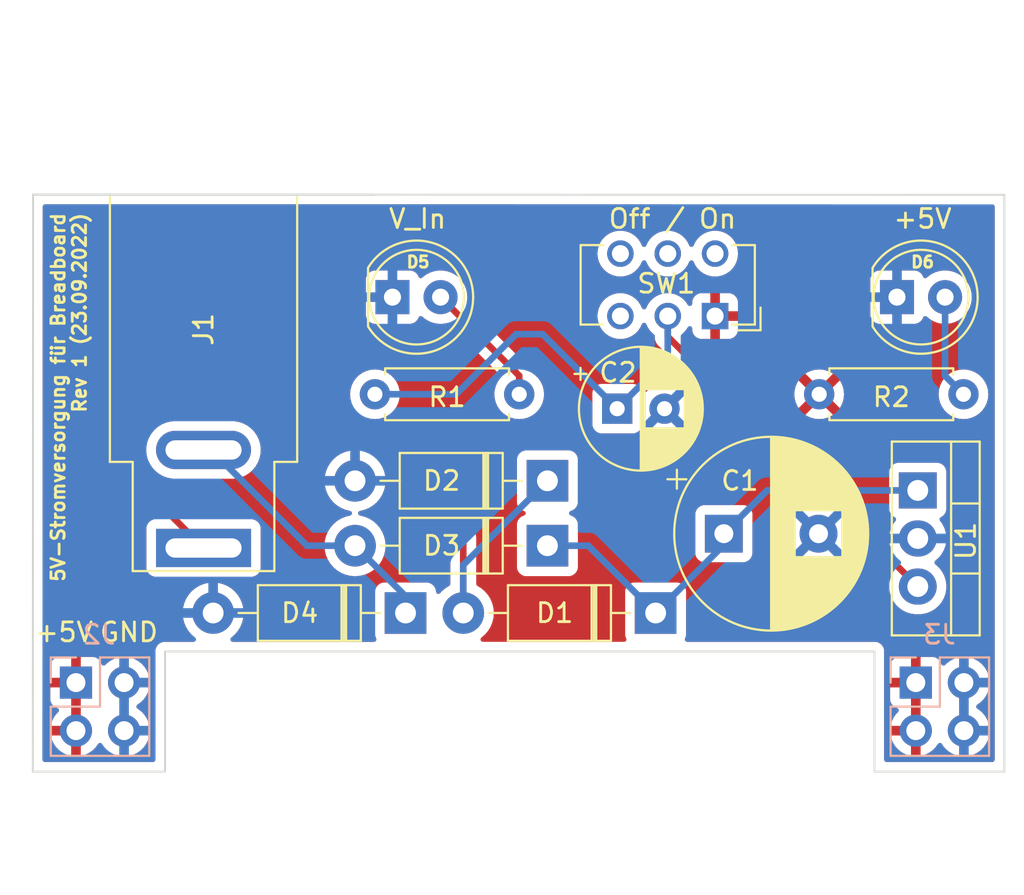
<source format=kicad_pcb>
(kicad_pcb (version 20211014) (generator pcbnew)
  (title_block (title "Stromversorgung für Breadboard") (date "2022-09-23") (rev "1") (company "DHBW Karlsruhe / Studiengang Wirtschaftsinformatik / Wahlmodul IoT") (comment 1 "Dennis Schulmeister-Zimolong") (comment 2 "Aus dem Buch \"KiCAD like a Pro\" von Dr. Peter Dalmaris, txplore.com"))
  (layers (0 "F.Cu" signal) (31 "B.Cu" signal) (34 "B.Paste" user) (35 "F.Paste" user) (36 "B.SilkS" user "B.Silkscreen") (37 "F.SilkS" user "F.Silkscreen") (38 "B.Mask" user) (39 "F.Mask" user) (44 "Edge.Cuts" user))
  (net 0 "")
  (net 1 "/V_in")
  (net 2 "/GND")
  (net 3 "/V_out1")
  (net 4 "Net-(D1-Pad2)")
  (net 5 "Net-(D3-Pad2)")
  (net 6 "Net-(D5-Pad2)")
  (net 7 "Net-(D6-Pad2)")
  (net 8 "/V_out2")
  (footprint "LED_THT:LED_D5.0mm" (layer "F.Cu") (at 133.295 68.909)
    (fp_text reference "D5" (at 1.352 -1.853) (layer "F.SilkS") (effects (font (size 0.6 0.6))))
    (fp_text value "LED")
    (fp_line (start -1.29 -1.545) (end -1.29 1.545) (layer "F.SilkS") (width 0.12))
    (fp_arc (start -1.29 -1.54483) (mid 2.072002 -2.880433) (end 4.26 0.000462) (layer "F.SilkS") (width 0.12))
    (fp_arc (start 4.26 -0.000462) (mid 2.072002 2.880433) (end -1.29 1.54483) (layer "F.SilkS") (width 0.12))
    (fp_circle (center 1.27 0) (end 3.77 0) (layer "F.SilkS") (width 0.12) (fill none))
    (pad "1" thru_hole rect (at 0 0) (size 1.8 1.8) (drill 0.9) (layers *.Cu *.Mask) (net 2 "/GND"))
    (pad "2" thru_hole circle (at 2.54 0) (size 1.8 1.8) (drill 0.9) (layers *.Cu *.Mask) (net 6 "Net-(D5-Pad2)"))
  )
  (footprint "Button_Switch_THT:SW_CuK_JS202011CQN_DPDT_Straight" (layer "F.Cu") (at 150.332 69.909 180)
    (fp_text reference "SW1" (at 2.576 1.717) (layer "F.SilkS"))
    (fp_text value "SW_DPDT_x2")
    (fp_line (start -2.4 -0.75) (end -2.4 0.45) (layer "F.SilkS") (width 0.12))
    (fp_line (start 7.1 3.75) (end 5.9 3.75) (layer "F.SilkS") (width 0.12))
    (fp_line (start -0.9 -0.45) (end -2.1 -0.45) (layer "F.SilkS") (width 0.12))
    (fp_line (start 5.9 -0.45) (end 7.1 -0.45) (layer "F.SilkS") (width 0.12))
    (fp_line (start 7.1 -0.45) (end 7.1 3.75) (layer "F.SilkS") (width 0.12))
    (fp_line (start -1.2 -0.75) (end -2.4 -0.75) (layer "F.SilkS") (width 0.12))
    (fp_line (start -2.1 -0.45) (end -2.1 3.75) (layer "F.SilkS") (width 0.12))
    (fp_line (start -2.1 3.75) (end -0.9 3.75) (layer "F.SilkS") (width 0.12))
    (pad "1" thru_hole rect (at 0 0 180) (size 1.4 1.4) (drill 0.9) (layers *.Cu *.Mask) (net 8 "/V_out2"))
    (pad "2" thru_hole circle (at 2.5 0 180) (size 1.4 1.4) (drill 0.9) (layers *.Cu *.Mask) (net 3 "/V_out1"))
    (pad "3" thru_hole circle (at 5 0 180) (size 1.4 1.4) (drill 0.9) (layers *.Cu *.Mask))
    (pad "4" thru_hole circle (at 0 3.3 180) (size 1.4 1.4) (drill 0.9) (layers *.Cu *.Mask))
    (pad "5" thru_hole circle (at 2.5 3.3 180) (size 1.4 1.4) (drill 0.9) (layers *.Cu *.Mask))
    (pad "6" thru_hole circle (at 5 3.3 180) (size 1.4 1.4) (drill 0.9) (layers *.Cu *.Mask))
  )
  (footprint "Diode_THT:D_DO-41_SOD81_P10.16mm_Horizontal" (layer "F.Cu") (at 141.478 78.613 180)
    (fp_text reference "D2" (at 5.588 0) (layer "F.SilkS"))
    (fp_text value "1N4007")
    (fp_line (start 7.8 1.47) (end 7.8 -1.47) (layer "F.SilkS") (width 0.12))
    (fp_line (start 3.26 -1.47) (end 3.26 1.47) (layer "F.SilkS") (width 0.12))
    (fp_line (start 8.82 0) (end 7.8 0) (layer "F.SilkS") (width 0.12))
    (fp_line (start 2.36 1.47) (end 7.8 1.47) (layer "F.SilkS") (width 0.12))
    (fp_line (start 3.38 -1.47) (end 3.38 1.47) (layer "F.SilkS") (width 0.12))
    (fp_line (start 3.14 -1.47) (end 3.14 1.47) (layer "F.SilkS") (width 0.12))
    (fp_line (start 1.34 0) (end 2.36 0) (layer "F.SilkS") (width 0.12))
    (fp_line (start 2.36 -1.47) (end 2.36 1.47) (layer "F.SilkS") (width 0.12))
    (fp_line (start 7.8 -1.47) (end 2.36 -1.47) (layer "F.SilkS") (width 0.12))
    (pad "1" thru_hole rect (at 0 0 180) (size 2.2 2.2) (drill 1.1) (layers *.Cu *.Mask) (net 4 "Net-(D1-Pad2)"))
    (pad "2" thru_hole oval (at 10.16 0 180) (size 2.2 2.2) (drill 1.1) (layers *.Cu *.Mask) (net 2 "/GND"))
  )
  (footprint "Resistor_THT:R_Axial_DIN0207_L6.3mm_D2.5mm_P7.62mm_Horizontal" (layer "F.Cu") (at 132.368 74.041)
    (fp_text reference "R1" (at 3.81 0.151) (layer "F.SilkS"))
    (fp_text value "560")
    (fp_line (start 0.54 1.04) (end 0.54 1.37) (layer "F.SilkS") (width 0.12))
    (fp_line (start 0.54 1.37) (end 7.08 1.37) (layer "F.SilkS") (width 0.12))
    (fp_line (start 7.08 1.37) (end 7.08 1.04) (layer "F.SilkS") (width 0.12))
    (fp_line (start 7.08 -1.37) (end 7.08 -1.04) (layer "F.SilkS") (width 0.12))
    (fp_line (start 0.54 -1.04) (end 0.54 -1.37) (layer "F.SilkS") (width 0.12))
    (fp_line (start 0.54 -1.37) (end 7.08 -1.37) (layer "F.SilkS") (width 0.12))
    (pad "1" thru_hole circle (at 0 0) (size 1.6 1.6) (drill 0.8) (layers *.Cu *.Mask) (net 3 "/V_out1"))
    (pad "2" thru_hole oval (at 7.62 0) (size 1.6 1.6) (drill 0.8) (layers *.Cu *.Mask) (net 6 "Net-(D5-Pad2)"))
  )
  (footprint "Capacitor_THT:CP_Radial_D10.0mm_P5.00mm" (layer "F.Cu") (at 150.794323 81.407)
    (fp_text reference "C1" (at 0.843677 -2.794) (layer "F.SilkS"))
    (fp_text value "470µ")
    (fp_line (start 5.701 -3.957) (end 5.701 -1.241) (layer "F.SilkS") (width 0.12))
    (fp_line (start 6.101 -3.601) (end 6.101 -1.241) (layer "F.SilkS") (width 0.12))
    (fp_line (start 4.341 1.241) (end 4.341 4.738) (layer "F.SilkS") (width 0.12))
    (fp_line (start 4.621 -4.621) (end 4.621 -1.241) (layer "F.SilkS") (width 0.12))
    (fp_line (start 7.261 -1.846) (end 7.261 1.846) (layer "F.SilkS") (width 0.12))
    (fp_line (start 4.741 -4.564) (end 4.741 -1.241) (layer "F.SilkS") (width 0.12))
    (fp_line (start 5.221 -4.298) (end 5.221 -1.241) (layer "F.SilkS") (width 0.12))
    (fp_line (start 3.741 -4.928) (end 3.741 4.928) (layer "F.SilkS") (width 0.12))
    (fp_line (start 6.941 -2.51) (end 6.941 2.51) (layer "F.SilkS") (width 0.12))
    (fp_line (start 6.861 -2.645) (end 6.861 2.645) (layer "F.SilkS") (width 0.12))
    (fp_line (start 4.061 1.241) (end 4.061 4.837) (layer "F.SilkS") (width 0.12))
    (fp_line (start 5.141 1.241) (end 5.141 4.347) (layer "F.SilkS") (width 0.12))
    (fp_line (start 6.301 -3.392) (end 6.301 3.392) (layer "F.SilkS") (width 0.12))
    (fp_line (start 4.901 1.241) (end 4.901 4.483) (layer "F.SilkS") (width 0.12))
    (fp_line (start 5.941 -3.753) (end 5.941 -1.241) (layer "F.SilkS") (width 0.12))
    (fp_line (start 5.621 1.241) (end 5.621 4.02) (layer "F.SilkS") (width 0.12))
    (fp_line (start 6.141 1.241) (end 6.141 3.561) (layer "F.SilkS") (width 0.12))
    (fp_line (start 5.061 -4.395) (end 5.061 -1.241) (layer "F.SilkS") (width 0.12))
    (fp_line (start 2.5 -5.08) (end 2.5 5.08) (layer "F.SilkS") (width 0.12))
    (fp_line (start 2.98 -5.058) (end 2.98 5.058) (layer "F.SilkS") (width 0.12))
    (fp_line (start 3.781 -4.918) (end 3.781 -1.241) (layer "F.SilkS") (width 0.12))
    (fp_line (start 2.9 -5.065) (end 2.9 5.065) (layer "F.SilkS") (width 0.12))
    (fp_line (start 5.021 -4.417) (end 5.021 -1.241) (layer "F.SilkS") (width 0.12))
    (fp_line (start 6.461 -3.206) (end 6.461 3.206) (layer "F.SilkS") (width 0.12))
    (fp_line (start 5.901 -3.789) (end 5.901 -1.241) (layer "F.SilkS") (width 0.12))
    (fp_line (start 3.221 -5.03) (end 3.221 5.03) (layer "F.SilkS") (width 0.12))
    (fp_line (start 4.501 1.241) (end 4.501 4.674) (layer "F.SilkS") (width 0.12))
    (fp_line (start 3.981 -4.862) (end 3.981 -1.241) (layer "F.SilkS") (width 0.12))
    (fp_line (start 5.301 -4.247) (end 5.301 -1.241) (layer "F.SilkS") (width 0.12))
    (fp_line (start 4.181 -4.797) (end 4.181 -1.241) (layer "F.SilkS") (width 0.12))
    (fp_line (start 3.901 1.241) (end 3.901 4.885) (layer "F.SilkS") (width 0.12))
    (fp_line (start 3.14 -5.04) (end 3.14 5.04) (layer "F.SilkS") (width 0.12))
    (fp_line (start 5.981 1.241) (end 5.981 3.716) (layer "F.SilkS") (width 0.12))
    (fp_line (start 7.461 -1.23) (end 7.461 1.23) (layer "F.SilkS") (width 0.12))
    (fp_line (start 5.821 1.241) (end 5.821 3.858) (layer "F.SilkS") (width 0.12))
    (fp_line (start 4.541 1.241) (end 4.541 4.657) (layer "F.SilkS") (width 0.12))
    (fp_line (start 4.461 -4.69) (end 4.461 -1.241) (layer "F.SilkS") (width 0.12))
    (fp_line (start 4.181 1.241) (end 4.181 4.797) (layer "F.SilkS") (width 0.12))
    (fp_line (start 4.421 -4.707) (end 4.421 -1.241) (layer "F.SilkS") (width 0.12))
    (fp_line (start 4.501 -4.674) (end 4.501 -1.241) (layer "F.SilkS") (width 0.12))
    (fp_line (start 4.781 -4.545) (end 4.781 -1.241) (layer "F.SilkS") (width 0.12))
    (fp_line (start 5.581 1.241) (end 5.581 4.05) (layer "F.SilkS") (width 0.12))
    (fp_line (start 3.301 -5.018) (end 3.301 5.018) (layer "F.SilkS") (width 0.12))
    (fp_line (start 6.341 -3.347) (end 6.341 3.347) (layer "F.SilkS") (width 0.12))
    (fp_line (start 2.78 -5.073) (end 2.78 5.073) (layer "F.SilkS") (width 0.12))
    (fp_line (start 3.821 1.241) (end 3.821 4.907) (layer "F.SilkS") (width 0.12))
    (fp_line (start 6.701 -2.889) (end 6.701 2.889) (layer "F.SilkS") (width 0.12))
    (fp_line (start 4.221 1.241) (end 4.221 4.783) (layer "F.SilkS") (width 0.12))
    (fp_line (start 5.661 -3.989) (end 5.661 -1.241) (layer "F.SilkS") (width 0.12))
    (fp_line (start 7.541 -0.862) (end 7.541 0.862) (layer "F.SilkS") (width 0.12))
    (fp_line (start 3.381 -5.004) (end 3.381 5.004) (layer "F.SilkS") (width 0.12))
    (fp_line (start 4.261 -4.768) (end 4.261 -1.241) (layer "F.SilkS") (width 0.12))
    (fp_line (start 6.021 -3.679) (end 6.021 -1.241) (layer "F.SilkS") (width 0.12))
    (fp_line (start 4.381 1.241) (end 4.381 4.723) (layer "F.SilkS") (width 0.12))
    (fp_line (start 2.62 -5.079) (end 2.62 5.079) (layer "F.SilkS") (width 0.12))
    (fp_line (start 3.18 -5.035) (end 3.18 5.035) (layer "F.SilkS") (width 0.12))
    (fp_line (start 5.341 1.241) (end 5.341 4.221) (layer "F.SilkS") (width 0.12))
    (fp_line (start 3.581 -4.965) (end 3.581 4.965) (layer "F.SilkS") (width 0.12))
    (fp_line (start 4.981 1.241) (end 4.981 4.44) (layer "F.SilkS") (width 0.12))
    (fp_line (start 6.741 -2.83) (end 6.741 2.83) (layer "F.SilkS") (width 0.12))
    (fp_line (start 6.261 -3.436) (end 6.261 3.436) (layer "F.SilkS") (width 0.12))
    (fp_line (start 4.021 1.241) (end 4.021 4.85) (layer "F.SilkS") (width 0.12))
    (fp_line (start 2.82 -5.07) (end 2.82 5.07) (layer "F.SilkS") (width 0.12))
    (fp_line (start 5.621 -4.02) (end 5.621 -1.241) (layer "F.SilkS") (width 0.12))
    (fp_line (start 5.541 1.241) (end 5.541 4.08) (layer "F.SilkS") (width 0.12))
    (fp_line (start 5.381 -4.194) (end 5.381 -1.241) (layer "F.SilkS") (width 0.12))
    (fp_line (start 7.501 -1.062) (end 7.501 1.062) (layer "F.SilkS") (width 0.12))
    (fp_line (start 3.501 -4.982) (end 3.501 4.982) (layer "F.SilkS") (width 0.12))
    (fp_line (start 7.381 -1.51) (end 7.381 1.51) (layer "F.SilkS") (width 0.12))
    (fp_line (start 3.421 -4.997) (end 3.421 4.997) (layer "F.SilkS") (width 0.12))
    (fp_line (start 5.461 -4.138) (end 5.461 -1.241) (layer "F.SilkS") (width 0.12))
    (fp_line (start 6.581 -3.054) (end 6.581 3.054) (layer "F.SilkS") (width 0.12))
    (fp_line (start 5.421 -4.166) (end 5.421 -1.241) (layer "F.SilkS") (width 0.12))
    (fp_line (start 3.701 -4.938) (end 3.701 4.938) (layer "F.SilkS") (width 0.12))
    (fp_line (start 5.261 1.241) (end 5.261 4.273) (layer "F.SilkS") (width 0.12))
    (fp_line (start 3.261 -5.024) (end 3.261 5.024) (layer "F.SilkS") (width 0.12))
    (fp_line (start 3.541 -4.974) (end 3.541 4.974) (layer "F.SilkS") (width 0.12))
    (fp_line (start 6.541 -3.106) (end 6.541 3.106) (layer "F.SilkS") (width 0.12))
    (fp_line (start 5.501 -4.11) (end 5.501 -1.241) (layer "F.SilkS") (width 0.12))
    (fp_line (start 6.661 -2.945) (end 6.661 2.945) (layer "F.SilkS") (width 0.12))
    (fp_line (start 6.821 -2.709) (end 6.821 2.709) (layer "F.SilkS") (width 0.12))
    (fp_line (start 5.181 1.241) (end 5.181 4.323) (layer "F.SilkS") (width 0.12))
    (fp_line (start 4.061 -4.837) (end 4.061 -1.241) (layer "F.SilkS") (width 0.12))
    (fp_line (start 5.021 1.241) (end 5.021 4.417) (layer "F.SilkS") (width 0.12))
    (fp_line (start 4.301 1.241) (end 4.301 4.754) (layer "F.SilkS") (width 0.12))
    (fp_line (start 7.221 -1.944) (end 7.221 1.944) (layer "F.SilkS") (width 0.12))
    (fp_line (start 4.221 -4.783) (end 4.221 -1.241) (layer "F.SilkS") (width 0.12))
    (fp_line (start 6.021 1.241) (end 6.021 3.679) (layer "F.SilkS") (width 0.12))
    (fp_line (start 4.701 -4.584) (end 4.701 -1.241) (layer "F.SilkS") (width 0.12))
    (fp_line (start 7.141 -2.125) (end 7.141 2.125) (layer "F.SilkS") (width 0.12))
    (fp_line (start 2.86 -5.068) (end 2.86 5.068) (layer "F.SilkS") (width 0.12))
    (fp_line (start 6.181 1.241) (end 6.181 3.52) (layer "F.SilkS") (width 0.12))
    (fp_line (start 5.981 -3.716) (end 5.981 -1.241) (layer "F.SilkS") (width 0.12))
    (fp_line (start 2.66 -5.078) (end 2.66 5.078) (layer "F.SilkS") (width 0.12))
    (fp_line (start 2.58 -5.08) (end 2.58 5.08) (layer "F.SilkS") (width 0.12))
    (fp_line (start 6.141 -3.561) (end 6.141 -1.241) (layer "F.SilkS") (width 0.12))
    (fp_line (start 4.141 -4.811) (end 4.141 -1.241) (layer "F.SilkS") (width 0.12))
    (fp_line (start 4.581 1.241) (end 4.581 4.639) (layer "F.SilkS") (width 0.12))
    (fp_line (start 3.461 -4.99) (end 3.461 4.99) (layer "F.SilkS") (width 0.12))
    (fp_line (start 5.781 -3.892) (end 5.781 -1.241) (layer "F.SilkS") (width 0.12))
    (fp_line (start 4.821 -4.525) (end 4.821 -1.241) (layer "F.SilkS") (width 0.12))
    (fp_line (start 7.181 -2.037) (end 7.181 2.037) (layer "F.SilkS") (width 0.12))
    (fp_line (start 3.781 1.241) (end 3.781 4.918) (layer "F.SilkS") (width 0.12))
    (fp_line (start 4.821 1.241) (end 4.821 4.525) (layer "F.SilkS") (width 0.12))
    (fp_line (start 5.141 -4.347) (end 5.141 -1.241) (layer "F.SilkS") (width 0.12))
    (fp_line (start 4.101 1.241) (end 4.101 4.824) (layer "F.SilkS") (width 0.12))
    (fp_line (start 2.94 -5.062) (end 2.94 5.062) (layer "F.SilkS") (width 0.12))
    (fp_line (start 4.981 -4.44) (end 4.981 -1.241) (layer "F.SilkS") (width 0.12))
    (fp_line (start 3.981 1.241) (end 3.981 4.862) (layer "F.SilkS") (width 0.12))
    (fp_line (start 6.901 -2.579) (end 6.901 2.579) (layer "F.SilkS") (width 0.12))
    (fp_line (start 4.781 1.241) (end 4.781 4.545) (layer "F.SilkS") (width 0.12))
    (fp_line (start 5.061 1.241) (end 5.061 4.395) (layer "F.SilkS") (width 0.12))
    (fp_line (start 5.301 1.241) (end 5.301 4.247) (layer "F.SilkS") (width 0.12))
    (fp_line (start 6.501 -3.156) (end 6.501 3.156) (layer "F.SilkS") (width 0.12))
    (fp_line (start 4.741 1.241) (end 4.741 4.564) (layer "F.SilkS") (width 0.12))
    (fp_line (start 4.381 -4.723) (end 4.381 -1.241) (layer "F.SilkS") (width 0.12))
    (fp_line (start 2.54 -5.08) (end 2.54 5.08) (layer "F.SilkS") (width 0.12))
    (fp_line (start 7.061 -2.289) (end 7.061 2.289) (layer "F.SilkS") (width 0.12))
    (fp_line (start 4.861 1.241) (end 4.861 4.504) (layer "F.SilkS") (width 0.12))
    (fp_line (start 4.701 1.241) (end 4.701 4.584) (layer "F.SilkS") (width 0.12))
    (fp_line (start 7.341 -1.63) (end 7.341 1.63) (layer "F.SilkS") (width 0.12))
    (fp_line (start 4.021 -4.85) (end 4.021 -1.241) (layer "F.SilkS") (width 0.12))
    (fp_line (start 7.021 -2.365) (end 7.021 2.365) (layer "F.SilkS") (width 0.12))
    (fp_line (start 3.901 -4.885) (end 3.901 -1.241) (layer "F.SilkS") (width 0.12))
    (fp_line (start 2.74 -5.075) (end 2.74 5.075) (layer "F.SilkS") (width 0.12))
    (fp_line (start 3.861 -4.897) (end 3.861 -1.241) (layer "F.SilkS") (width 0.12))
    (fp_line (start 4.341 -4.738) (end 4.341 -1.241) (layer "F.SilkS") (width 0.12))
    (fp_line (start -2.479646 -3.375) (end -2.479646 -2.375) (layer "F.SilkS") (width 0.12))
    (fp_line (start 5.861 1.241) (end 5.861 3.824) (layer "F.SilkS") (width 0.12))
    (fp_line (start 5.381 1.241) (end 5.381 4.194) (layer "F.SilkS") (width 0.12))
    (fp_line (start 4.261 1.241) (end 4.261 4.768) (layer "F.SilkS") (width 0.12))
    (fp_line (start 3.661 -4.947) (end 3.661 4.947) (layer "F.SilkS") (width 0.12))
    (fp_line (start 4.101 -4.824) (end 4.101 -1.241) (layer "F.SilkS") (width 0.12))
    (fp_line (start 5.181 -4.323) (end 5.181 -1.241) (layer "F.SilkS") (width 0.12))
    (fp_line (start 2.7 -5.077) (end 2.7 5.077) (layer "F.SilkS") (width 0.12))
    (fp_line (start 4.301 -4.754) (end 4.301 -1.241) (layer "F.SilkS") (width 0.12))
    (fp_line (start 5.261 -4.273) (end 5.261 -1.241) (layer "F.SilkS") (width 0.12))
    (fp_line (start 4.661 -4.603) (end 4.661 -1.241) (layer "F.SilkS") (width 0.12))
    (fp_line (start 6.781 -2.77) (end 6.781 2.77) (layer "F.SilkS") (width 0.12))
    (fp_line (start 5.741 -3.925) (end 5.741 -1.241) (layer "F.SilkS") (width 0.12))
    (fp_line (start 4.461 1.241) (end 4.461 4.69) (layer "F.SilkS") (width 0.12))
    (fp_line (start 3.861 1.241) (end 3.861 4.897) (layer "F.SilkS") (width 0.12))
    (fp_line (start 3.06 -5.05) (end 3.06 5.05) (layer "F.SilkS") (width 0.12))
    (fp_line (start 4.581 -4.639) (end 4.581 -1.241) (layer "F.SilkS") (width 0.12))
    (fp_line (start 3.621 -4.956) (end 3.621 4.956) (layer "F.SilkS") (width 0.12))
    (fp_line (start 3.02 -5.054) (end 3.02 5.054) (layer "F.SilkS") (width 0.12))
    (fp_line (start 5.501 1.241) (end 5.501 4.11) (layer "F.SilkS") (width 0.12))
    (fp_line (start 3.1 -5.045) (end 3.1 5.045) (layer "F.SilkS") (width 0.12))
    (fp_line (start 4.661 1.241) (end 4.661 4.603) (layer "F.SilkS") (width 0.12))
    (fp_line (start 4.421 1.241) (end 4.421 4.707) (layer "F.SilkS") (width 0.12))
    (fp_line (start 7.301 -1.742) (end 7.301 1.742) (layer "F.SilkS") (width 0.12))
    (fp_line (start 5.941 1.241) (end 5.941 3.753) (layer "F.SilkS") (width 0.12))
    (fp_line (start 6.061 -3.64) (end 6.061 -1.241) (layer "F.SilkS") (width 0.12))
    (fp_line (start 5.821 -3.858) (end 5.821 -1.241) (layer "F.SilkS") (width 0.12))
    (fp_line (start 5.581 -4.05) (end 5.581 -1.241) (layer "F.SilkS") (width 0.12))
    (fp_line (start 5.861 -3.824) (end 5.861 -1.241) (layer "F.SilkS") (width 0.12))
    (fp_line (start 5.101 -4.371) (end 5.101 -1.241) (layer "F.SilkS") (width 0.12))
    (fp_line (start 6.421 -3.254) (end 6.421 3.254) (layer "F.SilkS") (width 0.12))
    (fp_line (start 6.101 1.241) (end 6.101 3.601) (layer "F.SilkS") (width 0.12))
    (fp_line (start 7.581 -0.599) (end 7.581 0.599) (layer "F.SilkS") (width 0.12))
    (fp_line (start 4.861 -4.504) (end 4.861 -1.241) (layer "F.SilkS") (width 0.12))
    (fp_line (start 4.541 -4.657) (end 4.541 -1.241) (layer "F.SilkS") (width 0.12))
    (fp_line (start 5.541 -4.08) (end 5.541 -1.241) (layer "F.SilkS") (width 0.12))
    (fp_line (start 7.101 -2.209) (end 7.101 2.209) (layer "F.SilkS") (width 0.12))
    (fp_line (start 5.741 1.241) (end 5.741 3.925) (layer "F.SilkS") (width 0.12))
    (fp_line (start 6.981 -2.439) (end 6.981 2.439) (layer "F.SilkS") (width 0.12))
    (fp_line (start 6.221 1.241) (end 6.221 3.478) (layer "F.SilkS") (width 0.12))
    (fp_line (start 4.941 1.241) (end 4.941 4.462) (layer "F.SilkS") (width 0.12))
    (fp_line (start 4.141 1.241) (end 4.141 4.811) (layer "F.SilkS") (width 0.12))
    (fp_line (start 6.181 -3.52) (end 6.181 -1.241) (layer "F.SilkS") (width 0.12))
    (fp_line (start 5.101 1.241) (end 5.101 4.371) (layer "F.SilkS") (width 0.12))
    (fp_line (start 3.941 -4.874) (end 3.941 -1.241) (layer "F.SilkS") (width 0.12))
    (fp_line (start 5.421 1.241) (end 5.421 4.166) (layer "F.SilkS") (width 0.12))
    (fp_line (start 5.701 1.241) (end 5.701 3.957) (layer "F.SilkS") (width 0.12))
    (fp_line (start 5.461 1.241) (end 5.461 4.138) (layer "F.SilkS") (width 0.12))
    (fp_line (start 7.421 -1.378) (end 7.421 1.378) (layer "F.SilkS") (width 0.12))
    (fp_line (start 5.221 1.241) (end 5.221 4.298) (layer "F.SilkS") (width 0.12))
    (fp_line (start 5.901 1.241) (end 5.901 3.789) (layer "F.SilkS") (width 0.12))
    (fp_line (start 4.941 -4.462) (end 4.941 -1.241) (layer "F.SilkS") (width 0.12))
    (fp_line (start 5.661 1.241) (end 5.661 3.989) (layer "F.SilkS") (width 0.12))
    (fp_line (start 5.781 1.241) (end 5.781 3.892) (layer "F.SilkS") (width 0.12))
    (fp_line (start 3.821 -4.907) (end 3.821 -1.241) (layer "F.SilkS") (width 0.12))
    (fp_line (start -2.979646 -2.875) (end -1.979646 -2.875) (layer "F.SilkS") (width 0.12))
    (fp_line (start 6.061 1.241) (end 6.061 3.64) (layer "F.SilkS") (width 0.12))
    (fp_line (start 3.341 -5.011) (end 3.341 5.011) (layer "F.SilkS") (width 0.12))
    (fp_line (start 3.941 1.241) (end 3.941 4.874) (layer "F.SilkS") (width 0.12))
    (fp_line (start 6.621 -3) (end 6.621 3) (layer "F.SilkS") (width 0.12))
    (fp_line (start 4.621 1.241) (end 4.621 4.621) (layer "F.SilkS") (width 0.12))
    (fp_line (start 6.381 -3.301) (end 6.381 3.301) (layer "F.SilkS") (width 0.12))
    (fp_line (start 5.341 -4.221) (end 5.341 -1.241) (layer "F.SilkS") (width 0.12))
    (fp_line (start 4.901 -4.483) (end 4.901 -1.241) (layer "F.SilkS") (width 0.12))
    (fp_line (start 6.221 -3.478) (end 6.221 -1.241) (layer "F.SilkS") (width 0.12))
    (fp_circle (center 2.5 0) (end 7.62 0) (layer "F.SilkS") (width 0.12) (fill none))
    (pad "1" thru_hole rect (at 0 0) (size 2 2) (drill 1) (layers *.Cu *.Mask) (net 1 "/V_in"))
    (pad "2" thru_hole circle (at 5 0) (size 2 2) (drill 1) (layers *.Cu *.Mask) (net 2 "/GND"))
  )
  (footprint "Package_TO_SOT_THT:TO-220-3_Vertical" (layer "F.Cu") (at 161.036 79.121 -90)
    (fp_text reference "U1" (at 2.667 -2.54 90) (layer "F.SilkS"))
    (fp_text value "LM7805_TO220")
    (fp_line (start 4.391 -3.27) (end 4.391 -1.76) (layer "F.SilkS") (width 0.12))
    (fp_line (start 7.66 -3.27) (end 7.66 1.371) (layer "F.SilkS") (width 0.12))
    (fp_line (start -2.58 -3.27) (end 7.66 -3.27) (layer "F.SilkS") (width 0.12))
    (fp_line (start 0.69 -3.27) (end 0.69 -1.76) (layer "F.SilkS") (width 0.12))
    (fp_line (start -2.58 -3.27) (end -2.58 1.371) (layer "F.SilkS") (width 0.12))
    (fp_line (start -2.58 -1.76) (end 7.66 -1.76) (layer "F.SilkS") (width 0.12))
    (fp_line (start -2.58 1.371) (end 7.66 1.371) (layer "F.SilkS") (width 0.12))
    (pad "1" thru_hole rect (at 0 0 270) (size 1.905 2) (drill 1.1) (layers *.Cu *.Mask) (net 1 "/V_in"))
    (pad "2" thru_hole oval (at 2.54 0 270) (size 1.905 2) (drill 1.1) (layers *.Cu *.Mask) (net 2 "/GND"))
    (pad "3" thru_hole oval (at 5.08 0 270) (size 1.905 2) (drill 1.1) (layers *.Cu *.Mask) (net 3 "/V_out1"))
  )
  (footprint "Diode_THT:D_DO-41_SOD81_P10.16mm_Horizontal" (layer "F.Cu") (at 141.478 82.042 180)
    (fp_text reference "D3" (at 5.588 0) (layer "F.SilkS"))
    (fp_text value "1N4007")
    (fp_line (start 3.38 -1.47) (end 3.38 1.47) (layer "F.SilkS") (width 0.12))
    (fp_line (start 2.36 -1.47) (end 2.36 1.47) (layer "F.SilkS") (width 0.12))
    (fp_line (start 3.26 -1.47) (end 3.26 1.47) (layer "F.SilkS") (width 0.12))
    (fp_line (start 7.8 1.47) (end 7.8 -1.47) (layer "F.SilkS") (width 0.12))
    (fp_line (start 8.82 0) (end 7.8 0) (layer "F.SilkS") (width 0.12))
    (fp_line (start 3.14 -1.47) (end 3.14 1.47) (layer "F.SilkS") (width 0.12))
    (fp_line (start 1.34 0) (end 2.36 0) (layer "F.SilkS") (width 0.12))
    (fp_line (start 7.8 -1.47) (end 2.36 -1.47) (layer "F.SilkS") (width 0.12))
    (fp_line (start 2.36 1.47) (end 7.8 1.47) (layer "F.SilkS") (width 0.12))
    (pad "1" thru_hole rect (at 0 0 180) (size 2.2 2.2) (drill 1.1) (layers *.Cu *.Mask) (net 1 "/V_in"))
    (pad "2" thru_hole oval (at 10.16 0 180) (size 2.2 2.2) (drill 1.1) (layers *.Cu *.Mask) (net 5 "Net-(D3-Pad2)"))
  )
  (footprint "Diode_THT:D_DO-41_SOD81_P10.16mm_Horizontal" (layer "F.Cu") (at 147.193 85.598 180)
    (fp_text reference "D1" (at 5.334 0) (layer "F.SilkS"))
    (fp_text value "1N4007")
    (fp_line (start 2.36 -1.47) (end 2.36 1.47) (layer "F.SilkS") (width 0.12))
    (fp_line (start 7.8 -1.47) (end 2.36 -1.47) (layer "F.SilkS") (width 0.12))
    (fp_line (start 2.36 1.47) (end 7.8 1.47) (layer "F.SilkS") (width 0.12))
    (fp_line (start 3.26 -1.47) (end 3.26 1.47) (layer "F.SilkS") (width 0.12))
    (fp_line (start 8.82 0) (end 7.8 0) (layer "F.SilkS") (width 0.12))
    (fp_line (start 3.38 -1.47) (end 3.38 1.47) (layer "F.SilkS") (width 0.12))
    (fp_line (start 1.34 0) (end 2.36 0) (layer "F.SilkS") (width 0.12))
    (fp_line (start 3.14 -1.47) (end 3.14 1.47) (layer "F.SilkS") (width 0.12))
    (fp_line (start 7.8 1.47) (end 7.8 -1.47) (layer "F.SilkS") (width 0.12))
    (pad "1" thru_hole rect (at 0 0 180) (size 2.2 2.2) (drill 1.1) (layers *.Cu *.Mask) (net 1 "/V_in"))
    (pad "2" thru_hole oval (at 10.16 0 180) (size 2.2 2.2) (drill 1.1) (layers *.Cu *.Mask) (net 4 "Net-(D1-Pad2)"))
  )
  (footprint "Diode_THT:D_DO-41_SOD81_P10.16mm_Horizontal" (layer "F.Cu") (at 133.985 85.598 180)
    (fp_text reference "D4" (at 5.588 0) (layer "F.SilkS"))
    (fp_text value "1N4007")
    (fp_line (start 7.8 1.47) (end 7.8 -1.47) (layer "F.SilkS") (width 0.12))
    (fp_line (start 3.14 -1.47) (end 3.14 1.47) (layer "F.SilkS") (width 0.12))
    (fp_line (start 2.36 -1.47) (end 2.36 1.47) (layer "F.SilkS") (width 0.12))
    (fp_line (start 3.26 -1.47) (end 3.26 1.47) (layer "F.SilkS") (width 0.12))
    (fp_line (start 1.34 0) (end 2.36 0) (layer "F.SilkS") (width 0.12))
    (fp_line (start 8.82 0) (end 7.8 0) (layer "F.SilkS") (width 0.12))
    (fp_line (start 2.36 1.47) (end 7.8 1.47) (layer "F.SilkS") (width 0.12))
    (fp_line (start 7.8 -1.47) (end 2.36 -1.47) (layer "F.SilkS") (width 0.12))
    (fp_line (start 3.38 -1.47) (end 3.38 1.47) (layer "F.SilkS") (width 0.12))
    (pad "1" thru_hole rect (at 0 0 180) (size 2.2 2.2) (drill 1.1) (layers *.Cu *.Mask) (net 5 "Net-(D3-Pad2)"))
    (pad "2" thru_hole oval (at 10.16 0 180) (size 2.2 2.2) (drill 1.1) (layers *.Cu *.Mask) (net 2 "/GND"))
  )
  (footprint "Resistor_THT:R_Axial_DIN0207_L6.3mm_D2.5mm_P7.62mm_Horizontal" (layer "F.Cu") (at 155.829 74.041)
    (fp_text reference "R2" (at 3.81 0.151) (layer "F.SilkS"))
    (fp_text value "560")
    (fp_line (start 7.08 -1.37) (end 7.08 -1.04) (layer "F.SilkS") (width 0.12))
    (fp_line (start 0.54 -1.37) (end 7.08 -1.37) (layer "F.SilkS") (width 0.12))
    (fp_line (start 7.08 1.37) (end 7.08 1.04) (layer "F.SilkS") (width 0.12))
    (fp_line (start 0.54 1.37) (end 7.08 1.37) (layer "F.SilkS") (width 0.12))
    (fp_line (start 0.54 -1.04) (end 0.54 -1.37) (layer "F.SilkS") (width 0.12))
    (fp_line (start 0.54 1.04) (end 0.54 1.37) (layer "F.SilkS") (width 0.12))
    (pad "1" thru_hole circle (at 0 0) (size 1.6 1.6) (drill 0.8) (layers *.Cu *.Mask) (net 8 "/V_out2"))
    (pad "2" thru_hole oval (at 7.62 0) (size 1.6 1.6) (drill 0.8) (layers *.Cu *.Mask) (net 7 "Net-(D6-Pad2)"))
  )
  (footprint "Capacitor_THT:CP_Radial_D6.3mm_P2.50mm" (layer "F.Cu") (at 145.161 74.803)
    (fp_text reference "C2" (at 0.039379 -1.905) (layer "F.SilkS"))
    (fp_text value "47µ")
    (fp_line (start 4.491 -0.402) (end 4.491 0.402) (layer "F.SilkS") (width 0.12))
    (fp_line (start 3.011 -2.716) (end 3.011 -1.04) (layer "F.SilkS") (width 0.12))
    (fp_line (start 2.451 1.04) (end 2.451 3.002) (layer "F.SilkS") (width 0.12))
    (fp_line (start 1.85 1.04) (end 1.85 3.175) (layer "F.SilkS") (width 0.12))
    (fp_line (start 2.531 1.04) (end 2.531 2.97) (layer "F.SilkS") (width 0.12))
    (fp_line (start 1.81 -3.182) (end 1.81 -1.04) (layer "F.SilkS") (width 0.12))
    (fp_line (start 1.29 -3.23) (end 1.29 3.23) (layer "F.SilkS") (width 0.12))
    (fp_line (start 2.691 -2.896) (end 2.691 -1.04) (layer "F.SilkS") (width 0.12))
    (fp_line (start 3.331 1.04) (end 3.331 2.484) (layer "F.SilkS") (width 0.12))
    (fp_line (start 3.491 1.04) (end 3.491 2.343) (layer "F.SilkS") (width 0.12))
    (fp_line (start 3.851 -1.944) (end 3.851 1.944) (layer "F.SilkS") (width 0.12))
    (fp_line (start 2.091 1.04) (end 2.091 3.121) (layer "F.SilkS") (width 0.12))
    (fp_line (start 2.171 -3.098) (end 2.171 -1.04) (layer "F.SilkS") (width 0.12))
    (fp_line (start 1.77 1.04) (end 1.77 3.189) (layer "F.SilkS") (width 0.12))
    (fp_line (start 2.371 1.04) (end 2.371 3.033) (layer "F.SilkS") (width 0.12))
    (fp_line (start 2.331 -3.047) (end 2.331 -1.04) (layer "F.SilkS") (width 0.12))
    (fp_line (start 1.53 1.04) (end 1.53 3.218) (layer "F.SilkS") (width 0.12))
    (fp_line (start 3.171 1.04) (end 3.171 2.607) (layer "F.SilkS") (width 0.12))
    (fp_line (start 3.091 -2.664) (end 3.091 -1.04) (layer "F.SilkS") (width 0.12))
    (fp_line (start 3.051 -2.69) (end 3.051 -1.04) (layer "F.SilkS") (width 0.12))
    (fp_line (start 2.891 1.04) (end 2.891 2.79) (layer "F.SilkS") (width 0.12))
    (fp_line (start 2.051 -3.131) (end 2.051 -1.04) (layer "F.SilkS") (width 0.12))
    (fp_line (start 1.61 1.04) (end 1.61 3.211) (layer "F.SilkS") (width 0.12))
    (fp_line (start 3.651 -2.182) (end 3.651 2.182) (layer "F.SilkS") (width 0.12))
    (fp_line (start 2.651 1.04) (end 2.651 2.916) (layer "F.SilkS") (width 0.12))
    (fp_line (start 2.931 1.04) (end 2.931 2.766) (layer "F.SilkS") (width 0.12))
    (fp_line (start 3.211 1.04) (end 3.211 2.578) (layer "F.SilkS") (width 0.12))
    (fp_line (start 1.89 -3.167) (end 1.89 -1.04) (layer "F.SilkS") (width 0.12))
    (fp_line (start 3.571 -2.265) (end 3.571 2.265) (layer "F.SilkS") (width 0.12))
    (fp_line (start 2.491 -2.986) (end 2.491 -1.04) (layer "F.SilkS") (width 0.12))
    (fp_line (start 2.571 -2.952) (end 2.571 -1.04) (layer "F.SilkS") (width 0.12))
    (fp_line (start 2.651 -2.916) (end 2.651 -1.04) (layer "F.SilkS") (width 0.12))
    (fp_line (start 2.331 1.04) (end 2.331 3.047) (layer "F.SilkS") (width 0.12))
    (fp_line (start 3.411 1.04) (end 3.411 2.416) (layer "F.SilkS") (width 0.12))
    (fp_line (start 2.411 1.04) (end 2.411 3.018) (layer "F.SilkS") (width 0.12))
    (fp_line (start 1.37 -3.228) (end 1.37 3.228) (layer "F.SilkS") (width 0.12))
    (fp_line (start 2.451 -3.002) (end 2.451 -1.04) (layer "F.SilkS") (width 0.12))
    (fp_line (start 2.931 -2.766) (end 2.931 -1.04) (layer "F.SilkS") (width 0.12))
    (fp_line (start 3.211 -2.578) (end 3.211 -1.04) (layer "F.SilkS") (width 0.12))
    (fp_line (start 1.41 -3.227) (end 1.41 3.227) (layer "F.SilkS") (width 0.12))
    (fp_line (start 4.411 -0.802) (end 4.411 0.802) (layer "F.SilkS") (width 0.12))
    (fp_line (start 2.011 1.04) (end 2.011 3.141) (layer "F.SilkS") (width 0.12))
    (fp_line (start 3.091 1.04) (end 3.091 2.664) (layer "F.SilkS") (width 0.12))
    (fp_line (start 3.611 -2.224) (end 3.611 2.224) (layer "F.SilkS") (width 0.12))
    (fp_line (start -2.250241 -1.839) (end -1.620241 -1.839) (layer "F.SilkS") (width 0.12))
    (fp_line (start 2.611 -2.934) (end 2.611 -1.04) (layer "F.SilkS") (width 0.12))
    (fp_line (start 2.131 -3.11) (end 2.131 -1.04) (layer "F.SilkS") (width 0.12))
    (fp_line (start 2.091 -3.121) (end 2.091 -1.04) (layer "F.SilkS") (width 0.12))
    (fp_line (start 1.971 -3.15) (end 1.971 -1.04) (layer "F.SilkS") (width 0.12))
    (fp_line (start 3.411 -2.416) (end 3.411 -1.04) (layer "F.SilkS") (width 0.12))
    (fp_line (start 3.131 1.04) (end 3.131 2.636) (layer "F.SilkS") (width 0.12))
    (fp_line (start 3.051 1.04) (end 3.051 2.69) (layer "F.SilkS") (width 0.12))
    (fp_line (start 2.371 -3.033) (end 2.371 -1.04) (layer "F.SilkS") (width 0.12))
    (fp_line (start 3.491 -2.343) (end 3.491 -1.04) (layer "F.SilkS") (width 0.12))
    (fp_line (start 4.251 -1.262) (end 4.251 1.262) (layer "F.SilkS") (width 0.12))
    (fp_line (start 3.371 -2.45) (end 3.371 -1.04) (layer "F.SilkS") (width 0.12))
    (fp_line (start 2.531 -2.97) (end 2.531 -1.04) (layer "F.SilkS") (width 0.12))
    (fp_line (start 3.171 -2.607) (end 3.171 -1.04) (layer "F.SilkS") (width 0.12))
    (fp_line (start 2.011 -3.141) (end 2.011 -1.04) (layer "F.SilkS") (width 0.12))
    (fp_line (start 2.411 -3.018) (end 2.411 -1.04) (layer "F.SilkS") (width 0.12))
    (fp_line (start 2.891 -2.79) (end 2.891 -1.04) (layer "F.SilkS") (width 0.12))
    (fp_line (start 1.85 -3.175) (end 1.85 -1.04) (layer "F.SilkS") (width 0.12))
    (fp_line (start 4.011 -1.714) (end 4.011 1.714) (layer "F.SilkS") (width 0.12))
    (fp_line (start 1.57 -3.215) (end 1.57 -1.04) (layer "F.SilkS") (width 0.12))
    (fp_line (start 1.33 -3.23) (end 1.33 3.23) (layer "F.SilkS") (width 0.12))
    (fp_line (start 2.291 1.04) (end 2.291 3.061) (layer "F.SilkS") (width 0.12))
    (fp_line (start 1.93 1.04) (end 1.93 3.159) (layer "F.SilkS") (width 0.12))
    (fp_line (start 2.251 1.04) (end 2.251 3.074) (layer "F.SilkS") (width 0.12))
    (fp_line (start 4.331 -1.059) (end 4.331 1.059) (layer "F.SilkS") (width 0.12))
    (fp_line (start 3.291 1.04) (end 3.291 2.516) (layer "F.SilkS") (width 0.12))
    (fp_line (start 3.451 1.04) (end 3.451 2.38) (layer "F.SilkS") (width 0.12))
    (fp_line (start 3.811 -1.995) (end 3.811 1.995) (layer "F.SilkS") (width 0.12))
    (fp_line (start 2.691 1.04) (end 2.691 2.896) (layer "F.SilkS") (width 0.12))
    (fp_line (start 4.451 -0.633) (end 4.451 0.633) (layer "F.SilkS") (width 0.12))
    (fp_line (start 2.251 -3.074) (end 2.251 -1.04) (layer "F.SilkS") (width 0.12))
    (fp_line (start 3.771 -2.044) (end 3.771 2.044) (layer "F.SilkS") (width 0.12))
    (fp_line (start 3.291 -2.516) (end 3.291 -1.04) (layer "F.SilkS") (width 0.12))
    (fp_line (start 2.771 1.04) (end 2.771 2.856) (layer "F.SilkS") (width 0.12))
    (fp_line (start 2.211 -3.086) (end 2.211 -1.04) (layer "F.SilkS") (width 0.12))
    (fp_line (start 3.371 1.04) (end 3.371 2.45) (layer "F.SilkS") (width 0.12))
    (fp_line (start 1.57 1.04) (end 1.57 3.215) (layer "F.SilkS") (width 0.12))
    (fp_line (start 2.131 1.04) (end 2.131 3.11) (layer "F.SilkS") (width 0.12))
    (fp_line (start 1.89 1.04) (end 1.89 3.167) (layer "F.SilkS") (width 0.12))
    (fp_line (start 4.131 -1.509) (end 4.131 1.509) (layer "F.SilkS") (width 0.12))
    (fp_line (start 1.49 -3.222) (end 1.49 -1.04) (layer "F.SilkS") (width 0.12))
    (fp_line (start 1.65 1.04) (end 1.65 3.206) (layer "F.SilkS") (width 0.12))
    (fp_line (start 1.93 -3.159) (end 1.93 -1.04) (layer "F.SilkS") (width 0.12))
    (fp_line (start 2.571 1.04) (end 2.571 2.952) (layer "F.SilkS") (width 0.12))
    (fp_line (start 1.971 1.04) (end 1.971 3.15) (layer "F.SilkS") (width 0.12))
    (fp_line (start 3.251 -2.548) (end 3.251 -1.04) (layer "F.SilkS") (width 0.12))
    (fp_line (start 1.77 -3.189) (end 1.77 -1.04) (layer "F.SilkS") (width 0.12))
    (fp_line (start 3.251 1.04) (end 3.251 2.548) (layer "F.SilkS") (width 0.12))
    (fp_line (start 1.49 1.04) (end 1.49 3.222) (layer "F.SilkS") (width 0.12))
    (fp_line (start 1.69 1.04) (end 1.69 3.201) (layer "F.SilkS") (width 0.12))
    (fp_line (start 2.811 1.04) (end 2.811 2.834) (layer "F.SilkS") (width 0.12))
    (fp_line (start 3.691 -2.137) (end 3.691 2.137) (layer "F.SilkS") (width 0.12))
    (fp_line (start 2.851 -2.812) (end 2.851 -1.04) (layer "F.SilkS") (width 0.12))
    (fp_line (start -1.935241 -2.154) (end -1.935241 -1.524) (layer "F.SilkS") (width 0.12))
    (fp_line (start 2.771 -2.856) (end 2.771 -1.04) (layer "F.SilkS") (width 0.12))
    (fp_line (start 1.25 -3.23) (end 1.25 3.23) (layer "F.SilkS") (width 0.12))
    (fp_line (start 3.331 -2.484) (end 3.331 -1.04) (layer "F.SilkS") (width 0.12))
    (fp_line (start 1.69 -3.201) (end 1.69 -1.04) (layer "F.SilkS") (width 0.12))
    (fp_line (start 3.451 -2.38) (end 3.451 -1.04) (layer "F.SilkS") (width 0.12))
    (fp_line (start 2.171 1.04) (end 2.171 3.098) (layer "F.SilkS") (width 0.12))
    (fp_line (start 4.051 -1.65) (end 4.051 1.65) (layer "F.SilkS") (width 0.12))
    (fp_line (start 2.211 1.04) (end 2.211 3.086) (layer "F.SilkS") (width 0.12))
    (fp_line (start 2.291 -3.061) (end 2.291 -1.04) (layer "F.SilkS") (width 0.12))
    (fp_line (start 2.051 1.04) (end 2.051 3.131) (layer "F.SilkS") (width 0.12))
    (fp_line (start 3.131 -2.636) (end 3.131 -1.04) (layer "F.SilkS") (width 0.12))
    (fp_line (start 1.65 -3.206) (end 1.65 -1.04) (layer "F.SilkS") (width 0.12))
    (fp_line (start 3.531 1.04) (end 3.531 2.305) (layer "F.SilkS") (width 0.12))
    (fp_line (start 2.971 -2.742) (end 2.971 -1.04) (layer "F.SilkS") (width 0.12))
    (fp_line (start 2.851 1.04) (end 2.851 2.812) (layer "F.SilkS") (width 0.12))
    (fp_line (start 1.73 1.04) (end 1.73 3.195) (layer "F.SilkS") (width 0.12))
    (fp_line (start 1.81 1.04) (end 1.81 3.182) (layer "F.SilkS") (width 0.12))
    (fp_line (start 4.171 -1.432) (end 4.171 1.432) (layer "F.SilkS") (width 0.12))
    (fp_line (start 2.731 1.04) (end 2.731 2.876) (layer "F.SilkS") (width 0.12))
    (fp_line (start 1.61 -3.211) (end 1.61 -1.04) (layer "F.SilkS") (width 0.12))
    (fp_line (start 4.291 -1.165) (end 4.291 1.165) (layer "F.SilkS") (width 0.12))
    (fp_line (start 2.611 1.04) (end 2.611 2.934) (layer "F.SilkS") (width 0.12))
    (fp_line (start 2.731 -2.876) (end 2.731 -1.04) (layer "F.SilkS") (width 0.12))
    (fp_line (start 2.971 1.04) (end 2.971 2.742) (layer "F.SilkS") (width 0.12))
    (fp_line (start 2.491 1.04) (end 2.491 2.986) (layer "F.SilkS") (width 0.12))
    (fp_line (start 4.091 -1.581) (end 4.091 1.581) (layer "F.SilkS") (width 0.12))
    (fp_line (start 3.011 1.04) (end 3.011 2.716) (layer "F.SilkS") (width 0.12))
    (fp_line (start 1.45 -3.224) (end 1.45 3.224) (layer "F.SilkS") (width 0.12))
    (fp_line (start 4.371 -0.94) (end 4.371 0.94) (layer "F.SilkS") (width 0.12))
    (fp_line (start 2.811 -2.834) (end 2.811 -1.04) (layer "F.SilkS") (width 0.12))
    (fp_line (start 3.731 -2.092) (end 3.731 2.092) (layer "F.SilkS") (width 0.12))
    (fp_line (start 3.891 -1.89) (end 3.891 1.89) (layer "F.SilkS") (width 0.12))
    (fp_line (start 1.53 -3.218) (end 1.53 -1.04) (layer "F.SilkS") (width 0.12))
    (fp_line (start 3.931 -1.834) (end 3.931 1.834) (layer "F.SilkS") (width 0.12))
    (fp_line (start 3.531 -2.305) (end 3.531 -1.04) (layer "F.SilkS") (width 0.12))
    (fp_line (start 4.211 -1.35) (end 4.211 1.35) (layer "F.SilkS") (width 0.12))
    (fp_line (start 1.73 -3.195) (end 1.73 -1.04) (layer "F.SilkS") (width 0.12))
    (fp_line (start 3.971 -1.776) (end 3.971 1.776) (layer "F.SilkS") (width 0.12))
    (fp_circle (center 1.25 0) (end 4.52 0) (layer "F.SilkS") (width 0.12) (fill none))
    (pad "1" thru_hole rect (at 0 0) (size 1.6 1.6) (drill 0.8) (layers *.Cu *.Mask) (net 3 "/V_out1"))
    (pad "2" thru_hole circle (at 2.5 0) (size 1.6 1.6) (drill 0.8) (layers *.Cu *.Mask) (net 2 "/GND"))
  )
  (footprint "LED_THT:LED_D5.0mm" (layer "F.Cu") (at 159.938 68.909)
    (fp_text reference "D6" (at 1.352 -1.853) (layer "F.SilkS") (effects (font (size 0.6 0.6))))
    (fp_text value "LED")
    (fp_line (start -1.29 -1.545) (end -1.29 1.545) (layer "F.SilkS") (width 0.12))
    (fp_arc (start 4.26 -0.000462) (mid 2.072002 2.880433) (end -1.29 1.54483) (layer "F.SilkS") (width 0.12))
    (fp_arc (start -1.29 -1.54483) (mid 2.072002 -2.880433) (end 4.26 0.000462) (layer "F.SilkS") (width 0.12))
    (fp_circle (center 1.27 0) (end 3.77 0) (layer "F.SilkS") (width 0.12) (fill none))
    (pad "1" thru_hole rect (at 0 0) (size 1.8 1.8) (drill 0.9) (layers *.Cu *.Mask) (net 2 "/GND"))
    (pad "2" thru_hole circle (at 2.54 0) (size 1.8 1.8) (drill 0.9) (layers *.Cu *.Mask) (net 7 "Net-(D6-Pad2)"))
  )
  (footprint "Connector_BarrelJack:BarrelJack_SwitchcraftConxall_RAPC10U_Horizontal" (layer "F.Cu") (at 123.317 82.163 -90)
    (fp_text reference "J1" (at -11.551 0 90) (layer "F.SilkS"))
    (fp_text value "Barrel_Jack")
    (fp_line (start -4.55 3.74) (end 1.22 3.74) (layer "F.SilkS") (width 0.12))
    (fp_line (start -4.55 -3.74) (end -4.55 -4.945) (layer "F.SilkS") (width 0.12))
    (fp_line (start -4.55 -4.945) (end -18.55 -4.945) (layer "F.SilkS") (width 0.12))
    (fp_line (start -4.55 4.945) (end -4.55 3.74) (layer "F.SilkS") (width 0.12))
    (fp_line (start -18.55 4.945) (end -4.55 4.945) (layer "F.SilkS") (width 0.12))
    (fp_line (start 1.22 -3.74) (end -4.55 -3.74) (layer "F.SilkS") (width 0.12))
    (fp_line (start 1.22 3.74) (end 1.22 -3.74) (layer "F.SilkS") (width 0.12))
    (fp_line (start -18.67 -9) (end -18.67 9) (layer "Edge.Cuts") (width 0.12))
    (pad "1" thru_hole rect (at 0 0 270) (size 2.02 5.02) (drill oval 1.02 4.02) (layers *.Cu *.Mask) (net 4 "Net-(D1-Pad2)"))
    (pad "2" thru_hole oval (at -5.18 0 270) (size 2.02 5.02) (drill oval 1.02 4.02) (layers *.Cu *.Mask) (net 5 "Net-(D3-Pad2)"))
  )
  (footprint "Connector_PinHeader_2.54mm:PinHeader_2x02_P2.54mm_Vertical" (layer "B.Cu") (at 160.931 89.276 -90)
    (fp_text reference "J3" (at -2.535 -1.248) (layer "B.SilkS") (effects (justify mirror)))
    (fp_text value "Conn_02x02_Odd_Even")
    (fp_line (start -1.33 -3.87) (end 3.87 -3.87) (layer "B.SilkS") (width 0.12))
    (fp_line (start -1.33 -1.27) (end -1.33 -3.87) (layer "B.SilkS") (width 0.12))
    (fp_line (start -1.33 -1.27) (end 1.27 -1.27) (layer "B.SilkS") (width 0.12))
    (fp_line (start -1.33 0) (end -1.33 1.33) (layer "B.SilkS") (width 0.12))
    (fp_line (start 3.87 1.33) (end 3.87 -3.87) (layer "B.SilkS") (width 0.12))
    (fp_line (start 1.27 1.33) (end 3.87 1.33) (layer "B.SilkS") (width 0.12))
    (fp_line (start -1.33 1.33) (end 0 1.33) (layer "B.SilkS") (width 0.12))
    (fp_line (start 1.27 -1.27) (end 1.27 1.33) (layer "B.SilkS") (width 0.12))
    (pad "1" thru_hole rect (at 0 0 270) (size 1.7 1.7) (drill 1) (layers *.Cu *.Mask) (net 8 "/V_out2"))
    (pad "2" thru_hole oval (at 2.54 0 270) (size 1.7 1.7) (drill 1) (layers *.Cu *.Mask) (net 8 "/V_out2"))
    (pad "3" thru_hole oval (at 0 -2.54 270) (size 1.7 1.7) (drill 1) (layers *.Cu *.Mask) (net 2 "/GND"))
    (pad "4" thru_hole oval (at 2.54 -2.54 270) (size 1.7 1.7) (drill 1) (layers *.Cu *.Mask) (net 2 "/GND"))
  )
  (footprint "Connector_PinHeader_2.54mm:PinHeader_2x02_P2.54mm_Vertical" (layer "B.Cu") (at 116.581 89.276 -90)
    (fp_text reference "J2" (at -2.535 -1.2192) (layer "B.SilkS") (effects (justify mirror)))
    (fp_text value "Conn_02x02_Odd_Even")
    (fp_line (start 3.87 1.33) (end 3.87 -3.87) (layer "B.SilkS") (width 0.12))
    (fp_line (start -1.33 -3.87) (end 3.87 -3.87) (layer "B.SilkS") (width 0.12))
    (fp_line (start -1.33 -1.27) (end -1.33 -3.87) (layer "B.SilkS") (width 0.12))
    (fp_line (start 1.27 -1.27) (end 1.27 1.33) (layer "B.SilkS") (width 0.12))
    (fp_line (start -1.33 1.33) (end 0 1.33) (layer "B.SilkS") (width 0.12))
    (fp_line (start 1.27 1.33) (end 3.87 1.33) (layer "B.SilkS") (width 0.12))
    (fp_line (start -1.33 -1.27) (end 1.27 -1.27) (layer "B.SilkS") (width 0.12))
    (fp_line (start -1.33 0) (end -1.33 1.33) (layer "B.SilkS") (width 0.12))
    (pad "1" thru_hole rect (at 0 0 270) (size 1.7 1.7) (drill 1) (layers *.Cu *.Mask) (net 8 "/V_out2"))
    (pad "2" thru_hole oval (at 2.54 0 270) (size 1.7 1.7) (drill 1) (layers *.Cu *.Mask) (net 8 "/V_out2"))
    (pad "3" thru_hole oval (at 0 -2.54 270) (size 1.7 1.7) (drill 1) (layers *.Cu *.Mask) (net 2 "/GND"))
    (pad "4" thru_hole oval (at 2.54 -2.54 270) (size 1.7 1.7) (drill 1) (layers *.Cu *.Mask) (net 2 "/GND"))
  )
  (gr_line (start 114.3 93.98) (end 121.285 93.98) (layer "Edge.Cuts") (width 0.1))
  (gr_line (start 165.608 93.98) (end 158.75 93.98) (layer "Edge.Cuts") (width 0.1))
  (gr_line (start 165.608 63.5) (end 165.608 93.98) (layer "Edge.Cuts") (width 0.1))
  (gr_line (start 114.317 63.493) (end 114.3 93.98) (layer "Edge.Cuts") (width 0.1))
  (gr_line (start 121.285 93.98) (end 121.285 87.63) (layer "Edge.Cuts") (width 0.1))
  (gr_line (start 121.285 87.63) (end 158.75 87.63) (layer "Edge.Cuts") (width 0.1))
  (gr_line (start 158.75 93.98) (end 158.75 87.63) (layer "Edge.Cuts") (width 0.1))
  (gr_line (start 132.317 63.493) (end 165.608 63.5) (layer "Edge.Cuts") (width 0.1))
  (gr_text "+5V" (at 161.29 64.77) (layer "F.SilkS") (effects (font (size 1 1))))
  (gr_text "Off / On" (at 148.082 64.77) (layer "F.SilkS") (effects (font (size 1 1))))
  (gr_text "+5V" (at 115.951 86.614) (layer "F.SilkS") (effects (font (size 1 1))))
  (gr_text "5V-Stromversorgung für Breadboard\nRev 1 (23.09.2022)" (at 116.205 64.389 90) (layer "F.SilkS") (effects (font (size 0.7 0.7)) (justify right)))
  (gr_text "V_In" (at 134.62 64.77) (layer "F.SilkS") (effects (font (size 1 1))))
  (gr_text "GND" (at 119.38 86.614) (layer "F.SilkS") (effects (font (size 1 1))))
  (segment (start 143.637 82.042) (end 147.193 85.598) (width 0.35) (layer "B.Cu") (net 1))
  (segment (start 150.794323 81.996677) (end 150.794323 81.407) (width 0.35) (layer "B.Cu") (net 1))
  (segment (start 153.080323 79.121) (end 161.036 79.121) (width 0.35) (layer "B.Cu") (net 1))
  (segment (start 141.478 82.042) (end 143.637 82.042) (width 0.35) (layer "B.Cu") (net 1))
  (segment (start 150.794323 81.407) (end 153.080323 79.121) (width 0.35) (layer "B.Cu") (net 1))
  (segment (start 147.193 85.598) (end 150.794323 81.996677) (width 0.35) (layer "B.Cu") (net 1))
  (segment (start 147.832 70.997) (end 147.832 69.909) (width 0.35) (layer "F.Cu") (net 3))
  (segment (start 161.036 84.201) (end 147.832 70.997) (width 0.35) (layer "F.Cu") (net 3))
  (segment (start 139.827 70.866) (end 141.224 70.866) (width 0.35) (layer "B.Cu") (net 3))
  (segment (start 147.832 69.909) (end 147.832 72.132) (width 0.35) (layer "B.Cu") (net 3))
  (segment (start 147.832 72.132) (end 145.161 74.803) (width 0.35) (layer "B.Cu") (net 3))
  (segment (start 141.224 70.866) (end 145.161 74.803) (width 0.35) (layer "B.Cu") (net 3))
  (segment (start 136.652 74.041) (end 139.827 70.866) (width 0.35) (layer "B.Cu") (net 3))
  (segment (start 132.368 74.041) (end 136.652 74.041) (width 0.35) (layer "B.Cu") (net 3))
  (segment (start 123.317 82.163) (end 119.507 78.353) (width 0.35) (layer "F.Cu") (net 4))
  (segment (start 137.033 81.661) (end 137.033 85.598) (width 0.35) (layer "F.Cu") (net 4))
  (segment (start 128.778 73.406) (end 137.033 81.661) (width 0.35) (layer "F.Cu") (net 4))
  (segment (start 119.507 78.353) (end 119.507 74.295) (width 0.35) (layer "F.Cu") (net 4))
  (segment (start 120.396 73.406) (end 128.778 73.406) (width 0.35) (layer "F.Cu") (net 4))
  (segment (start 119.507 74.295) (end 120.396 73.406) (width 0.35) (layer "F.Cu") (net 4))
  (segment (start 137.033 85.598) (end 137.033 83.058) (width 0.35) (layer "B.Cu") (net 4))
  (segment (start 137.033 83.058) (end 141.478 78.613) (width 0.35) (layer "B.Cu") (net 4))
  (segment (start 123.317 76.983) (end 123.719 76.983) (width 0.35) (layer "B.Cu") (net 5))
  (segment (start 131.318 82.042) (end 133.985 84.709) (width 0.35) (layer "B.Cu") (net 5))
  (segment (start 133.985 84.709) (end 133.985 85.598) (width 0.35) (layer "B.Cu") (net 5))
  (segment (start 123.719 76.983) (end 128.778 82.042) (width 0.35) (layer "B.Cu") (net 5))
  (segment (start 128.778 82.042) (end 131.318 82.042) (width 0.35) (layer "B.Cu") (net 5))
  (segment (start 135.835 68.909) (end 139.988 73.062) (width 0.35) (layer "F.Cu") (net 6))
  (segment (start 139.988 73.062) (end 139.988 74.041) (width 0.35) (layer "F.Cu") (net 6))
  (segment (start 162.478 73.07) (end 163.449 74.041) (width 0.35) (layer "B.Cu") (net 7))
  (segment (start 162.478 68.909) (end 162.478 73.07) (width 0.35) (layer "B.Cu") (net 7))
  (zone (net 8) (net_name "/V_out2") (layer "F.Cu") (connect_pads (clearance 0.508)) (min_thickness 0.254) (fill yes (thermal_gap 0.508) (thermal_bridge_width 0.508))
    (polygon (pts (xy 165.608 93.98) (xy 114.3 93.98) (xy 114.3 63.5) (xy 165.608 63.5)))
  )
  (zone (net 2) (net_name "/GND") (layer "B.Cu") (connect_pads (clearance 0.508)) (min_thickness 0.254) (fill yes (thermal_gap 0.508) (thermal_bridge_width 0.508))
    (polygon (pts (xy 165.608 93.98) (xy 114.3 93.98) (xy 114.3 63.5) (xy 165.608 63.5)))
  )
)
</source>
